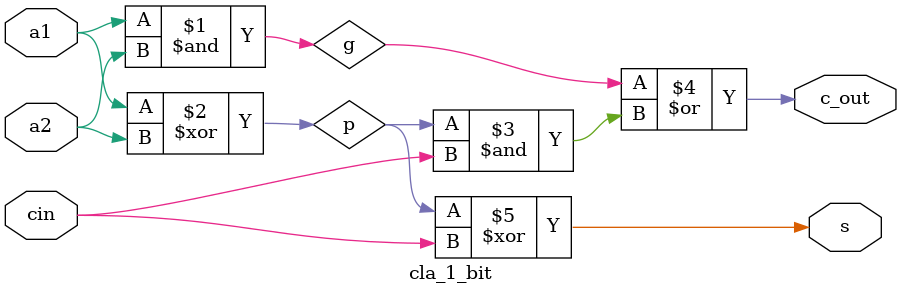
<source format=v>
module cla_1_bit(
a1,
a2,
cin,
s,
c_out);


input  a1; 
input  a2;
input cin;

output  s;
output c_out;

wire  g; //generate function
wire  p; //propagate function



 assign g = (a1 & a2);
 assign p = (a1 ^ a2);
        
 assign c_out = (g | (p & cin));
 assign s = (p ^ cin);



endmodule

</source>
